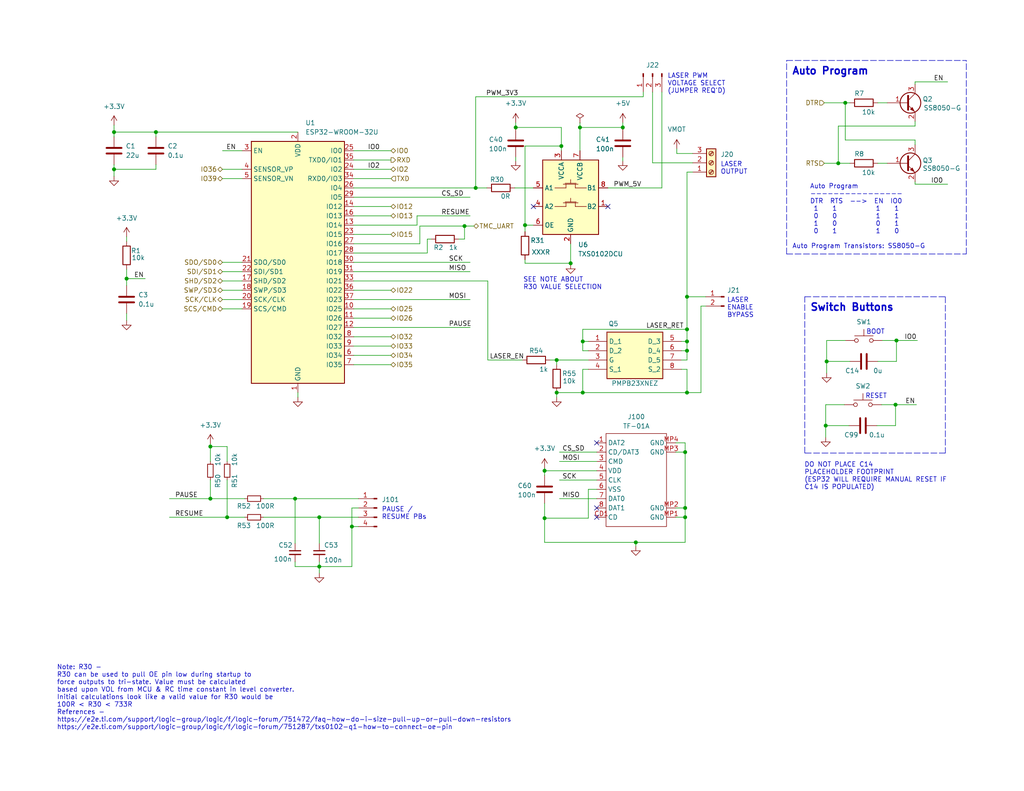
<source format=kicad_sch>
(kicad_sch (version 20211123) (generator eeschema)
  (paper "USLetter")
  (title_block (title "ESP32 WROOM Module w/ Auto Program Circuit") (date "2023-05-17") (rev "1.3"))
  (lib_symbols
    (symbol "Connector:Conn_01x02_Male" (pin_names (offset 1.016) hide)
      (property "Reference" "J" (at 0 2.54 0))
      (property "Value" "Conn_01x02_Male" (at 0 -5.08 0))
      (symbol "Conn_01x02_Male_1_1"
        (polyline (pts (xy 1.27 -2.54) (xy 0.8636 -2.54)) (stroke (width 0.1524)))
        (polyline (pts (xy 1.27 0) (xy 0.8636 0)) (stroke (width 0.1524)))
        (rectangle (start 0.8636 -2.413) (end 0 -2.667) (stroke (width 0.1524)) (fill (type outline)))
        (rectangle (start 0.8636 0.127) (end 0 -0.127) (stroke (width 0.1524)) (fill (type outline)))
        (pin passive line (at 5.08 0 180) (length 3.81) (name "Pin_1") (number "1"))
        (pin passive line (at 5.08 -2.54 180) (length 3.81) (name "Pin_2") (number "2"))
      )
    )
    (symbol "Connector:Conn_01x03_Male" (pin_names (offset 1.016) hide)
      (property "Reference" "J" (at 0 5.08 0))
      (property "Value" "Conn_01x03_Male" (at 0 -5.08 0))
      (symbol "Conn_01x03_Male_1_1"
        (polyline (pts (xy 1.27 -2.54) (xy 0.8636 -2.54)) (stroke (width 0.1524)))
        (polyline (pts (xy 1.27 0) (xy 0.8636 0)) (stroke (width 0.1524)))
        (polyline (pts (xy 1.27 2.54) (xy 0.8636 2.54)) (stroke (width 0.1524)))
        (rectangle (start 0.8636 -2.413) (end 0 -2.667) (stroke (width 0.1524)) (fill (type outline)))
        (rectangle (start 0.8636 0.127) (end 0 -0.127) (stroke (width 0.1524)) (fill (type outline)))
        (rectangle (start 0.8636 2.667) (end 0 2.413) (stroke (width 0.1524)) (fill (type outline)))
        (pin passive line (at 5.08 2.54 180) (length 3.81) (name "Pin_1") (number "1"))
        (pin passive line (at 5.08 0 180) (length 3.81) (name "Pin_2") (number "2"))
        (pin passive line (at 5.08 -2.54 180) (length 3.81) (name "Pin_3") (number "3"))
      )
    )
    (symbol "Connector:Conn_01x04_Male" (pin_names (offset 1.016) hide)
      (property "Reference" "J" (at 0 5.08 0))
      (property "Value" "Conn_01x04_Male" (at 0 -7.62 0))
      (symbol "Conn_01x04_Male_1_1"
        (polyline (pts (xy 1.27 -5.08) (xy 0.8636 -5.08)) (stroke (width 0.1524)))
        (polyline (pts (xy 1.27 -2.54) (xy 0.8636 -2.54)) (stroke (width 0.1524)))
        (polyline (pts (xy 1.27 0) (xy 0.8636 0)) (stroke (width 0.1524)))
        (polyline (pts (xy 1.27 2.54) (xy 0.8636 2.54)) (stroke (width 0.1524)))
        (rectangle (start 0.8636 -4.953) (end 0 -5.207) (stroke (width 0.1524)) (fill (type outline)))
        (rectangle (start 0.8636 -2.413) (end 0 -2.667) (stroke (width 0.1524)) (fill (type outline)))
        (rectangle (start 0.8636 0.127) (end 0 -0.127) (stroke (width 0.1524)) (fill (type outline)))
        (rectangle (start 0.8636 2.667) (end 0 2.413) (stroke (width 0.1524)) (fill (type outline)))
        (pin passive line (at 5.08 2.54 180) (length 3.81) (name "Pin_1") (number "1"))
        (pin passive line (at 5.08 0 180) (length 3.81) (name "Pin_2") (number "2"))
        (pin passive line (at 5.08 -2.54 180) (length 3.81) (name "Pin_3") (number "3"))
        (pin passive line (at 5.08 -5.08 180) (length 3.81) (name "Pin_4") (number "4"))
      )
    )
    (symbol "Connector:Screw_Terminal_01x03" (pin_names (offset 1.016) hide)
      (property "Reference" "J" (at 0 5.08 0))
      (property "Value" "Screw_Terminal_01x03" (at 0 -5.08 0))
      (symbol "Screw_Terminal_01x03_1_1"
        (rectangle (start -1.27 3.81) (end 1.27 -3.81) (stroke (width 0.254)) (fill (type background)))
        (circle (center 0 -2.54) (radius 0.635) (stroke (width 0.1524)))
        (polyline (pts (xy -0.5334 -2.2098) (xy 0.3302 -3.048)) (stroke (width 0.1524)))
        (polyline (pts (xy -0.5334 0.3302) (xy 0.3302 -0.508)) (stroke (width 0.1524)))
        (polyline (pts (xy -0.5334 2.8702) (xy 0.3302 2.032)) (stroke (width 0.1524)))
        (polyline (pts (xy -0.3556 -2.032) (xy 0.508 -2.8702)) (stroke (width 0.1524)))
        (polyline (pts (xy -0.3556 0.508) (xy 0.508 -0.3302)) (stroke (width 0.1524)))
        (polyline (pts (xy -0.3556 3.048) (xy 0.508 2.2098)) (stroke (width 0.1524)))
        (circle (center 0 0) (radius 0.635) (stroke (width 0.1524)))
        (circle (center 0 2.54) (radius 0.635) (stroke (width 0.1524)))
        (pin passive line (at -5.08 2.54 0) (length 3.81) (name "Pin_1") (number "1"))
        (pin passive line (at -5.08 0 0) (length 3.81) (name "Pin_2") (number "2"))
        (pin passive line (at -5.08 -2.54 0) (length 3.81) (name "Pin_3") (number "3"))
      )
    )
    (symbol "Device:C" (pin_numbers hide) (pin_names (offset 0.254))
      (property "Reference" "C" (at 0.635 2.54 0))
      (property "Value" "C" (at 0.635 -2.54 0))
      (symbol "C_0_1"
        (polyline (pts (xy -2.032 -0.762) (xy 2.032 -0.762)) (stroke (width 0.508)))
        (polyline (pts (xy -2.032 0.762) (xy 2.032 0.762)) (stroke (width 0.508)))
      )
      (symbol "C_1_1"
        (pin passive line (at 0 3.81 270) (length 2.794) (name "~") (number "1"))
        (pin passive line (at 0 -3.81 90) (length 2.794) (name "~") (number "2"))
      )
    )
    (symbol "Device:C_Small" (pin_numbers hide) (pin_names (offset 0.254) hide)
      (property "Reference" "C" (at 0.254 1.778 0))
      (property "Value" "C_Small" (at 0.254 -2.032 0))
      (symbol "C_Small_0_1"
        (polyline (pts (xy -1.524 -0.508) (xy 1.524 -0.508)) (stroke (width 0.3302)))
        (polyline (pts (xy -1.524 0.508) (xy 1.524 0.508)) (stroke (width 0.3048)))
      )
      (symbol "C_Small_1_1"
        (pin passive line (at 0 2.54 270) (length 2.032) (name "~") (number "1"))
        (pin passive line (at 0 -2.54 90) (length 2.032) (name "~") (number "2"))
      )
    )
    (symbol "Device:Q_NPN_BEC" (pin_names (offset 0) hide)
      (property "Reference" "Q" (at 5.08 1.27 0))
      (property "Value" "Q_NPN_BEC" (at 5.08 -1.27 0))
      (symbol "Q_NPN_BEC_0_1"
        (polyline (pts (xy 0.635 0.635) (xy 2.54 2.54)))
        (polyline (pts (xy 0.635 -0.635) (xy 2.54 -2.54) (xy 2.54 -2.54)))
        (polyline (pts (xy 0.635 1.905) (xy 0.635 -1.905) (xy 0.635 -1.905)) (stroke (width 0.508)))
        (polyline (pts (xy 1.27 -1.778) (xy 1.778 -1.27) (xy 2.286 -2.286) (xy 1.27 -1.778) (xy 1.27 -1.778)) (fill (type outline)))
        (circle (center 1.27 0) (radius 2.8194) (stroke (width 0.254)))
      )
      (symbol "Q_NPN_BEC_1_1"
        (pin input line (at -5.08 0 0) (length 5.715) (name "B") (number "1"))
        (pin passive line (at 2.54 -5.08 90) (length 2.54) (name "E") (number "2"))
        (pin passive line (at 2.54 5.08 270) (length 2.54) (name "C") (number "3"))
      )
    )
    (symbol "Device:R" (pin_numbers hide) (pin_names (offset 0))
      (property "Reference" "R" (at 2.032 0 90))
      (property "Value" "R" (at 0 0 90))
      (symbol "R_0_1"
        (rectangle (start -1.016 -2.54) (end 1.016 2.54) (stroke (width 0.254)))
      )
      (symbol "R_1_1"
        (pin passive line (at 0 3.81 270) (length 1.27) (name "~") (number "1"))
        (pin passive line (at 0 -3.81 90) (length 1.27) (name "~") (number "2"))
      )
    )
    (symbol "Device:R_Small" (pin_numbers hide) (pin_names (offset 0.254) hide)
      (property "Reference" "R" (at 0.762 0.508 0))
      (property "Value" "R_Small" (at 0.762 -1.016 0))
      (symbol "R_Small_0_1"
        (rectangle (start -0.762 1.778) (end 0.762 -1.778) (stroke (width 0.2032)))
      )
      (symbol "R_Small_1_1"
        (pin passive line (at 0 2.54 270) (length 0.762) (name "~") (number "1"))
        (pin passive line (at 0 -2.54 90) (length 0.762) (name "~") (number "2"))
      )
    )
    (symbol "Logic_LevelTranslator:TXS0102DCU"
      (property "Reference" "U" (at -6.35 11.43 0))
      (property "Value" "TXS0102DCU" (at 3.81 11.43 0))
      (symbol "TXS0102DCU_0_1"
        (rectangle (start -7.62 10.16) (end 7.62 -10.16) (stroke (width 0.254)) (fill (type background)))
        (polyline (pts (xy -4.318 -2.54) (xy -1.27 -2.54)))
        (polyline (pts (xy -2.032 -1.524) (xy 2.032 -1.524)))
        (polyline (pts (xy -1.524 -1.27) (xy 1.524 -1.27)))
        (polyline (pts (xy -1.27 -2.54) (xy -1.27 -1.524)))
        (polyline (pts (xy 0 -1.27) (xy 0 -0.254)))
        (polyline (pts (xy 1.27 -2.54) (xy 1.27 -1.524)))
        (polyline (pts (xy 4.318 -2.54) (xy 1.27 -2.54)))
      )
      (symbol "TXS0102DCU_1_1"
        (polyline (pts (xy -4.318 2.54) (xy -1.27 2.54)))
        (polyline (pts (xy -2.032 3.556) (xy 2.032 3.556)))
        (polyline (pts (xy -1.524 3.81) (xy 1.524 3.81)))
        (polyline (pts (xy -1.27 2.54) (xy -1.27 3.556)))
        (polyline (pts (xy 0 3.81) (xy 0 4.826)))
        (polyline (pts (xy 1.27 2.54) (xy 1.27 3.556)))
        (polyline (pts (xy 4.318 2.54) (xy 1.27 2.54)))
        (pin bidirectional line (at 10.16 -2.54 180) (length 2.54) (name "B2") (number "1"))
        (pin power_in line (at 0 -12.7 90) (length 2.54) (name "GND") (number "2"))
        (pin power_in line (at -2.54 12.7 270) (length 2.54) (name "VCCA") (number "3"))
        (pin bidirectional line (at -10.16 -2.54 0) (length 2.54) (name "A2") (number "4"))
        (pin bidirectional line (at -10.16 2.54 0) (length 2.54) (name "A1") (number "5"))
        (pin input line (at -10.16 -7.62 0) (length 2.54) (name "OE") (number "6"))
        (pin power_in line (at 2.54 12.7 270) (length 2.54) (name "VCCB") (number "7"))
        (pin bidirectional line (at 10.16 2.54 180) (length 2.54) (name "B1") (number "8"))
      )
    )
    (symbol "RF_Module:ESP32-WROOM-32D"
      (property "Reference" "U" (at -12.7 34.29 0))
      (property "Value" "ESP32-WROOM-32D" (at 1.27 34.29 0))
      (symbol "ESP32-WROOM-32D_0_1"
        (rectangle (start -12.7 33.02) (end 12.7 -33.02) (stroke (width 0.254)) (fill (type background)))
      )
      (symbol "ESP32-WROOM-32D_1_1"
        (pin power_in line (at 0 -35.56 90) (length 2.54) (name "GND") (number "1"))
        (pin bidirectional line (at 15.24 -12.7 180) (length 2.54) (name "IO25") (number "10"))
        (pin bidirectional line (at 15.24 -15.24 180) (length 2.54) (name "IO26") (number "11"))
        (pin bidirectional line (at 15.24 -17.78 180) (length 2.54) (name "IO27") (number "12"))
        (pin bidirectional line (at 15.24 10.16 180) (length 2.54) (name "IO14") (number "13"))
        (pin bidirectional line (at 15.24 15.24 180) (length 2.54) (name "IO12") (number "14"))
        (pin passive line (at 0 -35.56 90) (length 2.54) hide (name "GND") (number "15"))
        (pin bidirectional line (at 15.24 12.7 180) (length 2.54) (name "IO13") (number "16"))
        (pin bidirectional line (at -15.24 -5.08 0) (length 2.54) (name "SHD/SD2") (number "17"))
        (pin bidirectional line (at -15.24 -7.62 0) (length 2.54) (name "SWP/SD3") (number "18"))
        (pin bidirectional line (at -15.24 -12.7 0) (length 2.54) (name "SCS/CMD") (number "19"))
        (pin power_in line (at 0 35.56 270) (length 2.54) (name "VDD") (number "2"))
        (pin bidirectional line (at -15.24 -10.16 0) (length 2.54) (name "SCK/CLK") (number "20"))
        (pin bidirectional line (at -15.24 0 0) (length 2.54) (name "SDO/SD0") (number "21"))
        (pin bidirectional line (at -15.24 -2.54 0) (length 2.54) (name "SDI/SD1") (number "22"))
        (pin bidirectional line (at 15.24 7.62 180) (length 2.54) (name "IO15") (number "23"))
        (pin bidirectional line (at 15.24 25.4 180) (length 2.54) (name "IO2") (number "24"))
        (pin bidirectional line (at 15.24 30.48 180) (length 2.54) (name "IO0") (number "25"))
        (pin bidirectional line (at 15.24 20.32 180) (length 2.54) (name "IO4") (number "26"))
        (pin bidirectional line (at 15.24 5.08 180) (length 2.54) (name "IO16") (number "27"))
        (pin bidirectional line (at 15.24 2.54 180) (length 2.54) (name "IO17") (number "28"))
        (pin bidirectional line (at 15.24 17.78 180) (length 2.54) (name "IO5") (number "29"))
        (pin input line (at -15.24 30.48 0) (length 2.54) (name "EN") (number "3"))
        (pin bidirectional line (at 15.24 0 180) (length 2.54) (name "IO18") (number "30"))
        (pin bidirectional line (at 15.24 -2.54 180) (length 2.54) (name "IO19") (number "31"))
        (pin no_connect line (at -12.7 -27.94 0) (length 2.54) hide (name "NC") (number "32"))
        (pin bidirectional line (at 15.24 -5.08 180) (length 2.54) (name "IO21") (number "33"))
        (pin bidirectional line (at 15.24 22.86 180) (length 2.54) (name "RXD0/IO3") (number "34"))
        (pin bidirectional line (at 15.24 27.94 180) (length 2.54) (name "TXD0/IO1") (number "35"))
        (pin bidirectional line (at 15.24 -7.62 180) (length 2.54) (name "IO22") (number "36"))
        (pin bidirectional line (at 15.24 -10.16 180) (length 2.54) (name "IO23") (number "37"))
        (pin passive line (at 0 -35.56 90) (length 2.54) hide (name "GND") (number "38"))
        (pin passive line (at 0 -35.56 90) (length 2.54) hide (name "GND") (number "39"))
        (pin input line (at -15.24 25.4 0) (length 2.54) (name "SENSOR_VP") (number "4"))
        (pin input line (at -15.24 22.86 0) (length 2.54) (name "SENSOR_VN") (number "5"))
        (pin input line (at 15.24 -25.4 180) (length 2.54) (name "IO34") (number "6"))
        (pin input line (at 15.24 -27.94 180) (length 2.54) (name "IO35") (number "7"))
        (pin bidirectional line (at 15.24 -20.32 180) (length 2.54) (name "IO32") (number "8"))
        (pin bidirectional line (at 15.24 -22.86 180) (length 2.54) (name "IO33") (number "9"))
      )
    )
    (symbol "Switch:SW_Push" (pin_numbers hide) (pin_names (offset 1.016) hide)
      (property "Reference" "SW" (at 1.27 2.54 0))
      (property "Value" "SW_Push" (at 0 -1.524 0))
      (symbol "SW_Push_0_1"
        (circle (center -2.032 0) (radius 0.508))
        (polyline (pts (xy 0 1.27) (xy 0 3.048)))
        (polyline (pts (xy 2.54 1.27) (xy -2.54 1.27)))
        (circle (center 2.032 0) (radius 0.508))
        (pin passive line (at -5.08 0 0) (length 2.54) (name "1") (number "1"))
        (pin passive line (at 5.08 0 180) (length 2.54) (name "2") (number "2"))
      )
    )
    (symbol "USER_TMC2209:PMPB23XNEZ"
      (property "Reference" "Q" (at 8.89 5.08 0))
      (property "Value" "PMPB23XNEZ" (at 12.7 -12.7 0))
      (symbol "PMPB23XNEZ_1_1"
        (rectangle (start 5.08 2.54) (end 20.32 -10.16) (stroke (width 0.254)) (fill (type background)))
        (pin passive line (at 0 0 0) (length 5.08) (name "D_1") (number "1"))
        (pin passive line (at 0 -2.54 0) (length 5.08) (name "D_2") (number "2"))
        (pin passive line (at 0 -5.08 0) (length 5.08) (name "G") (number "3"))
        (pin passive line (at 0 -7.62 0) (length 5.08) (name "S_1") (number "4"))
        (pin passive line (at 25.4 0 180) (length 5.08) (name "D_3") (number "5"))
        (pin passive line (at 25.4 -2.54 180) (length 5.08) (name "D_4") (number "6"))
        (pin passive line (at 25.4 -5.08 180) (length 5.08) (name "D_5") (number "7"))
        (pin passive line (at 25.4 -7.62 180) (length 5.08) (name "S_2") (number "8"))
      )
    )
    (symbol "USER_TMC2209:TF-01A"
      (property "Reference" "J" (at 0 15.24 0))
      (property "Value" "TF-01A" (at 0 12.7 0))
      (symbol "TF-01A_0_1"
        (rectangle (start -8.89 11.43) (end 7.62 -13.97))
      )
      (symbol "TF-01A_1_1"
        (pin bidirectional line (at -11.43 8.89 0) (length 2.54) (name "DAT2") (number "1"))
        (pin bidirectional line (at -11.43 6.35 0) (length 2.54) (name "CD/DAT3") (number "2"))
        (pin input line (at -11.43 3.81 0) (length 2.54) (name "CMD") (number "3"))
        (pin power_in line (at -11.43 1.27 0) (length 2.54) (name "VDD") (number "4"))
        (pin input line (at -11.43 -1.27 0) (length 2.54) (name "CLK") (number "5"))
        (pin power_in line (at -11.43 -3.81 0) (length 2.54) (name "VSS") (number "6"))
        (pin bidirectional line (at -11.43 -6.35 0) (length 2.54) (name "DAT0") (number "7"))
        (pin bidirectional line (at -11.43 -8.89 0) (length 2.54) (name "DAT1") (number "8"))
        (pin output line (at -11.43 -11.43 0) (length 2.54) (name "CD") (number "CD1"))
        (pin power_in line (at 10.16 -11.43 180) (length 2.54) (name "GND") (number "MP1"))
        (pin power_in line (at 10.16 -8.89 180) (length 2.54) (name "GND") (number "MP2"))
        (pin power_in line (at 10.16 6.35 180) (length 2.54) (name "GND") (number "MP3"))
        (pin power_in line (at 10.16 8.89 180) (length 2.54) (name "GND") (number "MP4"))
      )
    )
    (symbol "USER_TMC2209:VMOT" (power) (pin_names (offset 0))
      (property "Value" "VMOT" (at 0 3.556 0))
      (symbol "VMOT_0_1"
        (polyline (pts (xy -0.762 1.27) (xy 0 2.54)))
        (polyline (pts (xy 0 0) (xy 0 2.54)))
        (polyline (pts (xy 0 2.54) (xy 0.762 1.27)))
      )
      (symbol "VMOT_1_1"
        (pin power_in line (at 0 0 90) (length 0) hide (name "VMOT") (number "1"))
      )
    )
    (symbol "power:+3.3V" (power) (pin_names (offset 0))
      (property "Value" "+3.3V" (at 0 3.556 0))
      (symbol "+3.3V_0_1"
        (polyline (pts (xy -0.762 1.27) (xy 0 2.54)))
        (polyline (pts (xy 0 0) (xy 0 2.54)))
        (polyline (pts (xy 0 2.54) (xy 0.762 1.27)))
      )
      (symbol "+3.3V_1_1"
        (pin power_in line (at 0 0 90) (length 0) hide (name "+3.3V") (number "1"))
      )
    )
    (symbol "power:+5V" (power) (pin_names (offset 0))
      (property "Value" "+5V" (at 0 3.556 0))
      (symbol "+5V_0_1"
        (polyline (pts (xy -0.762 1.27) (xy 0 2.54)))
        (polyline (pts (xy 0 0) (xy 0 2.54)))
        (polyline (pts (xy 0 2.54) (xy 0.762 1.27)))
      )
      (symbol "+5V_1_1"
        (pin power_in line (at 0 0 90) (length 0) hide (name "+5V") (number "1"))
      )
    )
    (symbol "power:GND" (power) (pin_names (offset 0))
      (property "Value" "GND" (at 0 -3.81 0))
      (symbol "GND_0_1"
        (polyline (pts (xy 0 0) (xy 0 -1.27) (xy 1.27 -1.27) (xy 0 -2.54) (xy -1.27 -1.27) (xy 0 -1.27)))
      )
      (symbol "GND_1_1"
        (pin power_in line (at 0 0 270) (length 0) hide (name "GND") (number "1"))
      )
    )
    (symbol "power:PWR_FLAG" (power) (pin_numbers hide) (pin_names (offset 0) hide)
      (property "Value" "PWR_FLAG" (at 0 3.81 0))
      (symbol "PWR_FLAG_0_0"
        (pin power_out line (at 0 0 90) (length 0) (name "pwr") (number "1"))
      )
      (symbol "PWR_FLAG_0_1"
        (polyline (pts (xy 0 0) (xy 0 1.27) (xy -1.016 1.905) (xy 0 2.54) (xy 1.016 1.905) (xy 0 1.27)))
      )
    )
  )
  (junction (at 186.944 123.444))
  (junction (at 143.256 61.468))
  (junction (at 87.122 141.224))
  (junction (at 187.452 93.218))
  (junction (at 225.552 98.679))
  (junction (at 42.545 36.068))
  (junction (at 126.746 61.722))
  (junction (at 173.482 148.082))
  (junction (at 31.115 36.068))
  (junction (at 187.452 81.026))
  (junction (at 151.892 98.298))
  (junction (at 148.59 128.524))
  (junction (at 187.452 107.188))
  (junction (at 186.944 138.684))
  (junction (at 244.602 92.964))
  (junction (at 57.404 121.92))
  (junction (at 151.892 107.188))
  (junction (at 244.348 110.49))
  (junction (at 187.452 95.758))
  (junction (at 140.716 34.798))
  (junction (at 169.926 34.798))
  (junction (at 225.298 116.205))
  (junction (at 158.242 34.798))
  (junction (at 186.944 141.224))
  (junction (at 80.518 136.144))
  (junction (at 155.702 71.882))
  (junction (at 228.727 44.577))
  (junction (at 34.544 76.073))
  (junction (at 87.122 154.686))
  (junction (at 153.162 39.878))
  (junction (at 148.59 141.478))
  (junction (at 129.794 51.308))
  (junction (at 57.404 136.144))
  (junction (at 31.115 46.228))
  (junction (at 96.012 143.764))
  (junction (at 187.452 89.916))
  (junction (at 61.976 141.224))
  (junction (at 230.632 28.067))
  (junction (at 159.004 93.218))
  (junction (at 159.004 107.188))
  (no_connect (at 162.814 120.904))
  (no_connect (at 162.814 138.684))
  (no_connect (at 145.542 56.388))
  (no_connect (at 165.862 56.388))
  (no_connect (at 162.814 141.224))
  (wire (pts (xy 225.298 116.205) (xy 231.648 116.205)))
  (wire (pts (xy 249.682 34.417) (xy 228.727 34.417)))
  (wire (pts (xy 184.404 138.684) (xy 186.944 138.684)))
  (wire (pts (xy 148.59 128.524) (xy 148.59 129.794)))
  (wire (pts (xy 224.917 44.577) (xy 228.727 44.577)))
  (wire (pts (xy 140.716 42.926) (xy 140.716 43.942)))
  (wire (pts (xy 244.602 92.964) (xy 250.317 92.964)))
  (wire (pts (xy 148.59 127.762) (xy 148.59 128.524)))
  (wire (pts (xy 188.976 44.45) (xy 178.054 44.45)))
  (wire (pts (xy 96.52 43.688) (xy 106.68 43.688)))
  (wire (pts (xy 187.452 100.838) (xy 187.452 107.188)))
  (wire (pts (xy 96.52 41.148) (xy 106.68 41.148)))
  (wire (pts (xy 71.882 136.144) (xy 80.518 136.144)))
  (polyline (pts (xy 214.63 69.342) (xy 263.652 69.342)))
  (wire (pts (xy 153.162 39.878) (xy 153.162 41.148)))
  (wire (pts (xy 185.928 93.218) (xy 187.452 93.218)))
  (wire (pts (xy 239.522 98.679) (xy 244.602 98.679)))
  (wire (pts (xy 228.727 44.577) (xy 231.902 44.577)))
  (wire (pts (xy 152.654 136.144) (xy 162.814 136.144)))
  (wire (pts (xy 143.256 39.878) (xy 153.162 39.878)))
  (wire (pts (xy 184.404 141.224) (xy 186.944 141.224)))
  (wire (pts (xy 126.746 65.278) (xy 126.746 61.722)))
  (wire (pts (xy 152.654 131.064) (xy 162.814 131.064)))
  (wire (pts (xy 96.52 81.788) (xy 128.27 81.788)))
  (wire (pts (xy 87.122 141.224) (xy 87.122 148.336)))
  (wire (pts (xy 225.552 98.679) (xy 225.552 101.854)))
  (wire (pts (xy 173.482 148.082) (xy 173.482 149.098)))
  (wire (pts (xy 159.004 89.916) (xy 187.452 89.916)))
  (wire (pts (xy 143.256 71.882) (xy 155.702 71.882)))
  (wire (pts (xy 96.52 91.948) (xy 106.68 91.948)))
  (wire (pts (xy 125.222 65.278) (xy 126.746 65.278)))
  (wire (pts (xy 159.004 100.838) (xy 159.004 107.188)))
  (wire (pts (xy 66.04 81.788) (xy 60.706 81.788)))
  (wire (pts (xy 114.554 66.548) (xy 114.554 61.722)))
  (wire (pts (xy 185.928 98.298) (xy 187.452 98.298)))
  (wire (pts (xy 175.514 25.146) (xy 175.514 26.416)))
  (wire (pts (xy 155.702 71.882) (xy 155.702 72.136)))
  (wire (pts (xy 113.792 58.928) (xy 128.27 58.928)))
  (polyline (pts (xy 219.583 123.698) (xy 219.583 81.026)))
  (wire (pts (xy 225.552 92.964) (xy 225.552 98.679)))
  (wire (pts (xy 158.242 34.798) (xy 169.926 34.798)))
  (wire (pts (xy 96.52 71.628) (xy 128.27 71.628)))
  (wire (pts (xy 160.528 100.838) (xy 159.004 100.838)))
  (wire (pts (xy 129.794 26.416) (xy 175.514 26.416)))
  (wire (pts (xy 31.115 44.958) (xy 31.115 46.228)))
  (wire (pts (xy 225.552 98.679) (xy 231.902 98.679)))
  (wire (pts (xy 249.682 22.987) (xy 249.682 22.352)))
  (wire (pts (xy 192.532 83.566) (xy 191.262 83.566)))
  (wire (pts (xy 186.944 123.444) (xy 186.944 138.684)))
  (wire (pts (xy 187.452 95.758) (xy 187.452 98.298)))
  (wire (pts (xy 249.682 50.292) (xy 258.572 50.292)))
  (wire (pts (xy 46.228 141.224) (xy 61.976 141.224)))
  (wire (pts (xy 184.404 120.904) (xy 186.944 120.904)))
  (wire (pts (xy 34.544 76.073) (xy 34.544 77.978)))
  (wire (pts (xy 143.256 70.866) (xy 143.256 71.882)))
  (wire (pts (xy 96.52 99.568) (xy 106.68 99.568)))
  (wire (pts (xy 81.28 107.188) (xy 81.28 108.458)))
  (wire (pts (xy 129.794 51.308) (xy 132.842 51.308)))
  (wire (pts (xy 31.115 46.228) (xy 31.115 48.133)))
  (wire (pts (xy 187.452 93.218) (xy 187.452 95.758)))
  (wire (pts (xy 114.554 61.722) (xy 126.746 61.722)))
  (wire (pts (xy 188.976 41.91) (xy 184.658 41.91)))
  (wire (pts (xy 148.59 137.414) (xy 148.59 141.478)))
  (wire (pts (xy 148.59 128.524) (xy 162.814 128.524)))
  (wire (pts (xy 80.518 136.144) (xy 80.518 148.336)))
  (wire (pts (xy 158.242 33.528) (xy 158.242 34.798)))
  (wire (pts (xy 169.926 42.926) (xy 169.926 43.942)))
  (wire (pts (xy 151.892 107.188) (xy 159.004 107.188)))
  (wire (pts (xy 140.716 34.798) (xy 153.162 34.798)))
  (wire (pts (xy 187.452 46.99) (xy 187.452 81.026)))
  (wire (pts (xy 169.926 34.798) (xy 169.926 35.306)))
  (wire (pts (xy 239.522 28.067) (xy 242.062 28.067)))
  (wire (pts (xy 116.586 69.088) (xy 116.586 65.278)))
  (wire (pts (xy 133.096 98.298) (xy 142.494 98.298)))
  (wire (pts (xy 188.976 46.99) (xy 187.452 46.99)))
  (wire (pts (xy 42.545 36.068) (xy 81.28 36.068)))
  (wire (pts (xy 230.632 28.067) (xy 231.902 28.067)))
  (wire (pts (xy 230.632 92.964) (xy 225.552 92.964)))
  (wire (pts (xy 151.892 98.298) (xy 160.528 98.298)))
  (polyline (pts (xy 257.937 123.698) (xy 219.583 123.698)))
  (wire (pts (xy 96.52 51.308) (xy 129.794 51.308)))
  (wire (pts (xy 184.404 123.444) (xy 186.944 123.444)))
  (wire (pts (xy 224.917 28.067) (xy 230.632 28.067)))
  (wire (pts (xy 240.538 110.49) (xy 244.348 110.49)))
  (wire (pts (xy 61.976 121.92) (xy 61.976 125.984)))
  (wire (pts (xy 159.004 107.188) (xy 187.452 107.188)))
  (wire (pts (xy 46.228 136.144) (xy 57.404 136.144)))
  (wire (pts (xy 187.452 100.838) (xy 185.928 100.838)))
  (polyline (pts (xy 214.63 16.51) (xy 263.652 16.51)))
  (wire (pts (xy 165.862 51.308) (xy 180.594 51.308)))
  (wire (pts (xy 96.52 76.708) (xy 133.096 76.708)))
  (wire (pts (xy 57.404 125.984) (xy 57.404 121.92)))
  (wire (pts (xy 96.52 58.928) (xy 106.68 58.928)))
  (wire (pts (xy 191.262 107.188) (xy 187.452 107.188)))
  (wire (pts (xy 225.298 110.49) (xy 225.298 116.205)))
  (wire (pts (xy 87.122 141.224) (xy 97.79 141.224)))
  (wire (pts (xy 180.594 25.146) (xy 180.594 51.308)))
  (wire (pts (xy 34.544 85.598) (xy 34.544 87.503)))
  (wire (pts (xy 96.52 61.468) (xy 113.792 61.468)))
  (wire (pts (xy 57.404 121.92) (xy 61.976 121.92)))
  (wire (pts (xy 187.452 89.916) (xy 187.452 93.218)))
  (wire (pts (xy 66.04 74.168) (xy 60.706 74.168)))
  (wire (pts (xy 186.944 138.684) (xy 186.944 141.224)))
  (wire (pts (xy 249.682 49.657) (xy 249.682 50.292)))
  (wire (pts (xy 96.52 56.388) (xy 106.68 56.388)))
  (wire (pts (xy 61.976 131.064) (xy 61.976 141.224)))
  (wire (pts (xy 66.04 76.708) (xy 60.706 76.708)))
  (wire (pts (xy 143.256 61.468) (xy 145.542 61.468)))
  (wire (pts (xy 159.004 93.218) (xy 159.004 89.916)))
  (wire (pts (xy 66.04 48.768) (xy 60.706 48.768)))
  (wire (pts (xy 66.04 79.248) (xy 60.706 79.248)))
  (wire (pts (xy 158.242 34.798) (xy 158.242 41.148)))
  (wire (pts (xy 34.544 73.533) (xy 34.544 76.073)))
  (wire (pts (xy 129.794 26.416) (xy 129.794 51.308)))
  (wire (pts (xy 96.52 66.548) (xy 114.554 66.548)))
  (wire (pts (xy 96.012 138.684) (xy 96.012 143.764)))
  (wire (pts (xy 57.404 136.144) (xy 66.802 136.144)))
  (wire (pts (xy 228.727 34.417) (xy 228.727 44.577)))
  (wire (pts (xy 31.115 37.338) (xy 31.115 36.068)))
  (wire (pts (xy 244.602 98.679) (xy 244.602 92.964)))
  (wire (pts (xy 187.452 81.026) (xy 192.532 81.026)))
  (wire (pts (xy 57.404 121.158) (xy 57.404 121.92)))
  (polyline (pts (xy 219.583 81.026) (xy 257.937 81.026)))
  (wire (pts (xy 152.654 125.984) (xy 162.814 125.984)))
  (wire (pts (xy 191.262 83.566) (xy 191.262 107.188)))
  (wire (pts (xy 249.682 38.227) (xy 230.632 38.227)))
  (wire (pts (xy 34.544 76.073) (xy 39.624 76.073)))
  (wire (pts (xy 230.632 28.067) (xy 230.632 38.227)))
  (wire (pts (xy 96.012 143.764) (xy 96.012 154.686)))
  (wire (pts (xy 173.482 148.082) (xy 148.59 148.082)))
  (wire (pts (xy 140.716 33.528) (xy 140.716 34.798)))
  (wire (pts (xy 186.944 148.082) (xy 173.482 148.082)))
  (wire (pts (xy 96.012 138.684) (xy 97.79 138.684)))
  (wire (pts (xy 31.115 34.163) (xy 31.115 36.068)))
  (wire (pts (xy 225.298 116.205) (xy 225.298 119.38)))
  (wire (pts (xy 140.462 51.308) (xy 145.542 51.308)))
  (wire (pts (xy 80.518 154.686) (xy 87.122 154.686)))
  (wire (pts (xy 60.706 41.148) (xy 66.04 41.148)))
  (wire (pts (xy 113.792 61.468) (xy 113.792 58.928)))
  (wire (pts (xy 96.52 69.088) (xy 116.586 69.088)))
  (wire (pts (xy 140.716 34.798) (xy 140.716 35.306)))
  (wire (pts (xy 42.545 46.228) (xy 42.545 44.958)))
  (wire (pts (xy 61.976 141.224) (xy 66.802 141.224)))
  (wire (pts (xy 96.52 79.248) (xy 106.68 79.248)))
  (wire (pts (xy 96.52 53.848) (xy 128.27 53.848)))
  (wire (pts (xy 186.944 141.224) (xy 186.944 148.082)))
  (wire (pts (xy 148.59 141.478) (xy 148.59 148.082)))
  (wire (pts (xy 116.586 65.278) (xy 117.602 65.278)))
  (wire (pts (xy 96.52 94.488) (xy 106.68 94.488)))
  (wire (pts (xy 126.746 61.722) (xy 129.286 61.722)))
  (wire (pts (xy 66.04 71.628) (xy 60.706 71.628)))
  (wire (pts (xy 96.52 64.008) (xy 106.68 64.008)))
  (wire (pts (xy 151.892 107.188) (xy 151.892 108.458)))
  (wire (pts (xy 159.004 95.758) (xy 159.004 93.218)))
  (wire (pts (xy 185.928 95.758) (xy 187.452 95.758)))
  (wire (pts (xy 34.544 64.643) (xy 34.544 65.913)))
  (wire (pts (xy 87.122 153.416) (xy 87.122 154.686)))
  (wire (pts (xy 71.882 141.224) (xy 87.122 141.224)))
  (wire (pts (xy 244.348 110.49) (xy 250.063 110.49)))
  (wire (pts (xy 87.122 154.686) (xy 96.012 154.686)))
  (wire (pts (xy 96.52 74.168) (xy 128.27 74.168)))
  (wire (pts (xy 240.792 92.964) (xy 244.602 92.964)))
  (polyline (pts (xy 257.937 81.026) (xy 257.937 123.698)))
  (wire (pts (xy 80.518 136.144) (xy 97.79 136.144)))
  (wire (pts (xy 152.654 123.444) (xy 162.814 123.444)))
  (polyline (pts (xy 263.652 69.342) (xy 263.652 16.51)))
  (wire (pts (xy 159.004 93.218) (xy 160.528 93.218)))
  (wire (pts (xy 80.518 153.416) (xy 80.518 154.686)))
  (polyline (pts (xy 214.63 69.342) (xy 214.63 16.51)))
  (wire (pts (xy 160.528 95.758) (xy 159.004 95.758)))
  (wire (pts (xy 96.52 89.408) (xy 128.27 89.408)))
  (wire (pts (xy 31.115 36.068) (xy 42.545 36.068)))
  (wire (pts (xy 87.122 154.686) (xy 87.122 156.464)))
  (wire (pts (xy 150.114 98.298) (xy 151.892 98.298)))
  (wire (pts (xy 153.162 34.798) (xy 153.162 39.878)))
  (wire (pts (xy 184.658 40.64) (xy 184.658 41.91)))
  (wire (pts (xy 97.79 143.764) (xy 96.012 143.764)))
  (wire (pts (xy 249.682 33.147) (xy 249.682 34.417)))
  (wire (pts (xy 249.682 22.352) (xy 258.572 22.352)))
  (wire (pts (xy 230.378 110.49) (xy 225.298 110.49)))
  (wire (pts (xy 151.892 99.568) (xy 151.892 98.298)))
  (wire (pts (xy 143.256 61.468) (xy 143.256 63.246)))
  (wire (pts (xy 187.452 81.026) (xy 187.452 89.916)))
  (wire (pts (xy 244.348 116.205) (xy 244.348 110.49)))
  (wire (pts (xy 143.256 61.468) (xy 143.256 39.878)))
  (wire (pts (xy 96.52 46.228) (xy 106.68 46.228)))
  (wire (pts (xy 60.706 46.228) (xy 66.04 46.228)))
  (wire (pts (xy 66.04 84.328) (xy 60.706 84.328)))
  (wire (pts (xy 42.545 36.068) (xy 42.545 37.338)))
  (wire (pts (xy 155.702 66.548) (xy 155.702 71.882)))
  (wire (pts (xy 186.944 120.904) (xy 186.944 123.444)))
  (wire (pts (xy 160.528 133.604) (xy 160.528 141.478)))
  (wire (pts (xy 178.054 44.45) (xy 178.054 25.146)))
  (wire (pts (xy 96.52 97.028) (xy 106.68 97.028)))
  (wire (pts (xy 160.528 141.478) (xy 148.59 141.478)))
  (wire (pts (xy 249.682 39.497) (xy 249.682 38.227)))
  (wire (pts (xy 31.115 46.228) (xy 42.545 46.228)))
  (wire (pts (xy 239.268 116.205) (xy 244.348 116.205)))
  (wire (pts (xy 239.522 44.577) (xy 242.062 44.577)))
  (wire (pts (xy 57.404 131.064) (xy 57.404 136.144)))
  (wire (pts (xy 133.096 76.708) (xy 133.096 98.298)))
  (wire (pts (xy 96.52 84.328) (xy 106.68 84.328)))
  (wire (pts (xy 162.814 133.604) (xy 160.528 133.604)))
  (wire (pts (xy 96.52 48.768) (xy 106.68 48.768)))
  (wire (pts (xy 169.926 33.528) (xy 169.926 34.798)))
  (wire (pts (xy 96.52 86.868) (xy 106.68 86.868)))
  (text "Switch Buttons" (at 220.98 85.217 0) (effects (font (size 2 2) (thickness 0.4) bold) (justify left bottom)))
  (text "Note: R30 -\nR30 can be used to pull OE pin low during startup to \nforce outputs to tri-state. Value must be calculated\nbased upon VOL from MCU & RC time constant in level converter.\nInitial calculations look like a valid value for R30 would be\n100R < R30 < 733R\nReferences -\nhttps://e2e.ti.com/support/logic-group/logic/f/logic-forum/751472/faq-how-do-i-size-pull-up-or-pull-down-resistors\nhttps://e2e.ti.com/support/logic-group/logic/f/logic-forum/751287/txs0102-q1-how-to-connect-oe-pin" (at 15.494 199.39 0) (effects (font (size 1.27 1.27)) (justify left bottom)))
  (text "BOOT" (at 236.347 91.44 0) (effects (font (size 1.27 1.27)) (justify left bottom)))
  (text "RESET" (at 236.093 108.966 0) (effects (font (size 1.27 1.27)) (justify left bottom)))
  (text "PAUSE / \nRESUME PBs" (at 104.14 141.986 0) (effects (font (size 1.27 1.27)) (justify left bottom)))
  (text "LASER PWM\nVOLTAGE SELECT\n(JUMPER REQ'D)" (at 182.118 25.654 0) (effects (font (size 1.27 1.27)) (justify left bottom)))
  (text "LASER\nOUTPUT" (at 196.596 47.752 0) (effects (font (size 1.27 1.27)) (justify left bottom)))
  (text "SEE NOTE ABOUT\nR30 VALUE SELECTION" (at 142.748 79.248 0) (effects (font (size 1.27 1.27)) (justify left bottom)))
  (text "Auto Program\n----------------\nDTR  RTS  -->  EN  IO0\n 1    1           1    1\n 0    0           1    1\n 1    0           0    1\n 0    1           1    0" (at 220.98 64.008 0) (effects (font (size 1.27 1.27)) (justify left bottom)))
  (text "Auto Program Transistors: SS8050-G" (at 216.154 68.072 0) (effects (font (size 1.27 1.27)) (justify left bottom)))
  (text "DO NOT PLACE C14\nPLACEHOLDER FOOTPRINT\n(ESP32 WILL REQUIRE MANUAL RESET IF \nC14 IS POPULATED)" (at 219.456 133.858 0) (effects (font (size 1.27 1.27)) (justify left bottom)))
  (text "Auto Program" (at 216.027 20.701 0) (effects (font (size 2 2) (thickness 0.4) bold) (justify left bottom)))
  (text "LASER\nENABLE\nBYPASS" (at 198.374 86.868 0) (effects (font (size 1.27 1.27)) (justify left bottom)))
  (label "MISO" (at 153.416 136.144 0))
  (label "RESUME" (at 120.396 58.928 0))
  (label "LASER_EN" (at 133.604 98.298 0))
  (label "CS_SD" (at 120.396 53.848 0))
  (label "SCK" (at 122.428 71.628 0))
  (label "PAUSE" (at 47.752 136.144 0))
  (label "CS_SD" (at 153.416 123.444 0))
  (label "PWM_3V3" (at 132.588 26.416 0))
  (label "PAUSE" (at 122.428 89.408 0))
  (label "LASER_RET" (at 176.276 89.916 0))
  (label "RESUME" (at 47.752 141.224 0))
  (label "PWM_5V" (at 167.386 51.308 0))
  (label "EN" (at 36.576 76.073 0))
  (label "IO0" (at 100.33 41.148 0))
  (label "SCK" (at 153.416 131.064 0))
  (label "EN" (at 254.762 22.352 0))
  (label "MOSI" (at 153.416 125.984 0))
  (label "MISO" (at 122.428 74.168 0))
  (label "EN" (at 247.015 110.49 0))
  (label "IO0" (at 254 50.292 0))
  (label "EN" (at 61.722 41.148 0))
  (label "MOSI" (at 122.428 81.788 0))
  (label "IO0" (at 246.761 92.964 0))
  (label "IO2" (at 100.33 46.228 0))
  (hierarchical_label "IO35" (shape bidirectional) (at 106.68 99.568 0))
  (hierarchical_label "IO2" (shape bidirectional) (at 106.68 46.228 0))
  (hierarchical_label "IO25" (shape bidirectional) (at 106.68 84.328 0))
  (hierarchical_label "RTS" (shape input) (at 224.917 44.577 180))
  (hierarchical_label "TMC_UART" (shape bidirectional) (at 129.286 61.722 0))
  (hierarchical_label "IO22" (shape bidirectional) (at 106.68 79.248 0))
  (hierarchical_label "IO26" (shape bidirectional) (at 106.68 86.868 0))
  (hierarchical_label "IO15" (shape bidirectional) (at 106.68 64.008 0))
  (hierarchical_label "SDI{slash}SD1" (shape bidirectional) (at 60.706 74.168 180))
  (hierarchical_label "SDO{slash}SD0" (shape bidirectional) (at 60.706 71.628 180))
  (hierarchical_label "TXD" (shape input) (at 106.68 48.768 0))
  (hierarchical_label "IO36" (shape bidirectional) (at 60.706 46.228 180))
  (hierarchical_label "IO34" (shape bidirectional) (at 106.68 97.028 0))
  (hierarchical_label "IO12" (shape bidirectional) (at 106.68 56.388 0))
  (hierarchical_label "SCS{slash}CMD" (shape bidirectional) (at 60.706 84.328 180))
  (hierarchical_label "IO32" (shape bidirectional) (at 106.68 91.948 0))
  (hierarchical_label "RXD" (shape output) (at 106.68 43.688 0))
  (hierarchical_label "IO13" (shape bidirectional) (at 106.68 58.928 0))
  (hierarchical_label "IO33" (shape bidirectional) (at 106.68 94.488 0))
  (hierarchical_label "SCK{slash}CLK" (shape bidirectional) (at 60.706 81.788 180))
  (hierarchical_label "IO39" (shape bidirectional) (at 60.706 48.768 180))
  (hierarchical_label "DTR" (shape input) (at 224.917 28.067 180))
  (hierarchical_label "SHD{slash}SD2" (shape bidirectional) (at 60.706 76.708 180))
  (hierarchical_label "IO0" (shape bidirectional) (at 106.68 41.148 0))
  (hierarchical_label "SWP{slash}SD3" (shape bidirectional) (at 60.706 79.248 180))
  (symbol (lib_id "power:+3.3V") (at 31.115 34.163 0) (unit 1)
    (property "Reference" "#PWR0113" (effects hide))
    (property "Value" "+3.3V" (at 31.115 29.083 0))
  )
  (symbol (lib_id "power:GND") (at 87.122 156.464 0) (unit 1)
    (property "Reference" "#PWR014" (effects hide))
    (property "Value" "GND" (effects hide))
  )
  (symbol (lib_id "Device:C_Small") (at 87.122 150.876 0) (unit 1)
    (property "Reference" "C53" (at 88.392 148.844 0) (effects (justify left)))
    (property "Value" "100n" (at 88.392 152.908 0) (effects (justify left)))
    (property "Footprint" "Capacitor_SMD:C_0603_1608Metric" (effects hide))
  )
  (symbol (lib_id "Device:C") (at 235.712 98.679 90) (unit 1)
    (property "Reference" "C14" (at 232.537 101.219 90))
    (property "Value" "0u" (at 239.522 101.219 90))
    (property "Footprint" "Capacitor_SMD:C_0603_1608Metric" (effects hide))
  )
  (symbol (lib_id "RF_Module:ESP32-WROOM-32D") (at 81.28 71.628 0) (unit 1)
    (property "Reference" "U1" (at 83.2994 33.528 0) (effects (justify left)))
    (property "Value" "ESP32-WROOM-32U" (at 83.2994 36.068 0) (effects (justify left)))
    (property "Footprint" "RF_Module:ESP32-WROOM-32U" (effects hide))
    (property "Datasheet" "https://www.espressif.com/sites/default/files/documentation/esp32-wroom-32d_esp32-wroom-32u_datasheet_en.pdf" (effects hide))
  )
  (symbol (lib_id "Switch:SW_Push") (at 235.712 92.964 0) (unit 1)
    (property "Reference" "SW1" (at 235.712 87.884 0))
    (property "Value" "SW_Push" (effects hide))
    (property "Footprint" "Button_Switch_SMD:SW_SPST_B3U-1000P" (effects hide))
  )
  (symbol (lib_id "Device:R_Small") (at 61.976 128.524 180) (unit 1)
    (property "Reference" "R51" (at 64.008 131.318 90))
    (property "Value" "10k" (at 64.008 125.476 90))
    (property "Footprint" "Resistor_SMD:R_0603_1608Metric" (effects hide))
  )
  (symbol (lib_id "power:PWR_FLAG") (at 158.242 33.528 0) (unit 1)
    (property "Reference" "#FLG04" (effects hide))
    (property "Value" "PWR_FLAG" (effects hide))
  )
  (symbol (lib_id "Device:C") (at 31.115 41.148 0) (unit 1)
    (property "Reference" "C1" (at 34.29 39.8779 0) (effects (justify left)))
    (property "Value" "22u" (at 34.29 42.4179 0) (effects (justify left)))
    (property "Footprint" "Capacitor_SMD:C_0805_2012Metric" (effects hide))
  )
  (symbol (lib_id "Device:R") (at 34.544 69.723 0) (unit 1)
    (property "Reference" "R1" (at 37.084 68.453 0))
    (property "Value" "10k" (at 37.719 70.358 0))
    (property "Footprint" "Resistor_SMD:R_0603_1608Metric" (effects hide))
  )
  (symbol (lib_id "power:+5V") (at 169.926 33.528 0) (unit 1)
    (property "Reference" "#PWR06" (effects hide))
    (property "Value" "+5V" (at 169.926 28.194 0))
  )
  (symbol (lib_id "USER_TMC2209:VMOT") (at 184.658 40.64 0) (unit 1)
    (property "Reference" "#PWR0127" (effects hide))
    (property "Value" "VMOT" (at 184.658 35.306 0))
  )
  (symbol (lib_id "Connector:Screw_Terminal_01x03") (at 194.056 44.45 0) (mirror x) (unit 1)
    (property "Reference" "J20" (at 196.596 42.164 0) (effects (justify left)))
    (property "Value" "Screw_Terminal_01x03" (effects hide))
    (property "Footprint" "USER_TMC2209:KF2EDGR-2.54-3P" (effects hide))
  )
  (symbol (lib_id "power:GND") (at 34.544 87.503 0) (unit 1)
    (property "Reference" "#PWR0114" (effects hide))
    (property "Value" "GND" (effects hide))
  )
  (symbol (lib_id "Device:R") (at 151.892 103.378 0) (unit 1)
    (property "Reference" "R55" (at 155.321 101.981 0))
    (property "Value" "10k" (at 155.321 104.013 0))
    (property "Footprint" "Resistor_SMD:R_0603_1608Metric" (effects hide))
  )
  (symbol (lib_id "Device:C") (at 42.545 41.148 0) (unit 1)
    (property "Reference" "C2" (at 45.72 39.8779 0) (effects (justify left)))
    (property "Value" "0.1u" (at 45.72 42.4179 0) (effects (justify left)))
    (property "Footprint" "Capacitor_SMD:C_0603_1608Metric" (effects hide))
  )
  (symbol (lib_id "Device:R_Small") (at 69.342 141.224 90) (unit 1)
    (property "Reference" "R53" (at 66.548 143.51 90))
    (property "Value" "100R" (at 72.39 143.51 90))
    (property "Footprint" "Resistor_SMD:R_0603_1608Metric" (effects hide))
  )
  (symbol (lib_id "power:+3.3V") (at 148.59 127.762 0) (unit 1)
    (property "Reference" "#PWR011" (effects hide))
    (property "Value" "+3.3V" (at 148.59 122.428 0))
  )
  (symbol (lib_id "power:+3.3V") (at 140.716 33.528 0) (unit 1)
    (property "Reference" "#PWR04" (effects hide))
    (property "Value" "+3.3V" (at 140.716 28.194 0))
  )
  (symbol (lib_id "USER_TMC2209:PMPB23XNEZ") (at 160.528 93.218 0) (unit 1)
    (property "Reference" "Q5" (at 167.386 88.392 0))
    (property "Value" "PMPB23XNEZ" (at 173.228 104.648 0))
    (property "Footprint" "USER_TMC2209:PMPB23XNEZ" (effects hide))
    (property "Footprint_1" "PMPB23XNEZ" (effects hide))
    (property "Datasheet_1" "https://assets.nexperia.com/documents/data-sheet/PMPB23XNE.pdf" (effects hide))
    (property "Height" "0.65" (effects hide))
    (property "Manufacturer_Name" "Nexperia" (effects hide))
    (property "Manufacturer_Part_Number" "PMPB23XNEZ" (effects hide))
  )
  (symbol (lib_id "Device:R_Small") (at 69.342 136.144 90) (unit 1)
    (property "Reference" "R52" (at 66.548 138.176 90))
    (property "Value" "100R" (at 72.39 138.176 90))
    (property "Footprint" "Resistor_SMD:R_0603_1608Metric" (effects hide))
  )
  (symbol (lib_id "power:+3.3V") (at 34.544 64.643 0) (unit 1)
    (property "Reference" "#PWR0115" (effects hide))
    (property "Value" "+3.3V" (at 34.544 59.563 0))
  )
  (symbol (lib_id "Device:C_Small") (at 80.518 150.876 0) (unit 1)
    (property "Reference" "C52" (at 75.946 148.844 0) (effects (justify left)))
    (property "Value" "100n" (at 74.676 152.654 0) (effects (justify left)))
    (property "Footprint" "Capacitor_SMD:C_0603_1608Metric" (effects hide))
  )
  (symbol (lib_id "Device:C") (at 169.926 39.116 0) (unit 1)
    (property "Reference" "C41" (at 162.56 38.1 0) (effects (justify left)))
    (property "Value" "100n" (at 162.56 40.64 0) (effects (justify left)))
    (property "Footprint" "Capacitor_SMD:C_0603_1608Metric" (effects hide))
  )
  (symbol (lib_id "Switch:SW_Push") (at 235.458 110.49 0) (unit 1)
    (property "Reference" "SW2" (at 235.458 105.41 0))
    (property "Value" "SW_Push" (effects hide))
    (property "Footprint" "Button_Switch_SMD:SW_SPST_B3U-1000P" (effects hide))
  )
  (symbol (lib_id "Connector:Conn_01x02_Male") (at 197.612 81.026 0) (mirror y) (unit 1)
    (property "Reference" "J21" (at 198.374 79.248 0) (effects (justify right)))
    (property "Value" "Conn_01x02_Male" (effects hide))
    (property "Footprint" "Connector_PinHeader_2.54mm:PinHeader_1x02_P2.54mm_Vertical" (effects hide))
  )
  (symbol (lib_id "Device:C") (at 235.458 116.205 90) (unit 1)
    (property "Reference" "C99" (at 232.283 118.745 90))
    (property "Value" "0.1u" (at 239.268 118.745 90))
    (property "Footprint" "Capacitor_SMD:C_0603_1608Metric" (effects hide))
  )
  (symbol (lib_id "Device:Q_NPN_BEC") (at 247.142 28.067 0) (unit 1)
    (property "Reference" "Q2" (at 251.714 27.0509 0) (effects (justify left)))
    (property "Value" "SS8050-G" (at 251.968 29.464 0) (effects (justify left)))
    (property "Footprint" "Package_TO_SOT_SMD:SOT-23" (effects hide))
    (property "Datasheet" "https://www.comchiptech.com/admin/files/product/SS8050-G%20RevA181526.pdf" (effects hide))
  )
  (symbol (lib_id "Device:Q_NPN_BEC") (at 247.142 44.577 0) (unit 1)
    (property "Reference" "Q3" (at 251.714 43.8149 0) (effects (justify left)))
    (property "Value" "SS8050-G" (at 251.714 45.974 0) (effects (justify left)))
    (property "Footprint" "Package_TO_SOT_SMD:SOT-23" (effects hide))
    (property "Datasheet" "https://www.comchiptech.com/admin/files/product/SS8050-G%20RevA181526.pdf" (effects hide))
  )
  (symbol (lib_id "Device:R") (at 121.412 65.278 90) (unit 1)
    (property "Reference" "R2" (at 119.634 67.564 90))
    (property "Value" "1k" (at 123.698 67.564 90))
    (property "Footprint" "Resistor_SMD:R_0603_1608Metric" (effects hide))
  )
  (symbol (lib_id "power:GND") (at 81.28 108.458 0) (unit 1)
    (property "Reference" "#PWR0110" (effects hide))
    (property "Value" "GND" (effects hide))
  )
  (symbol (lib_id "Device:R") (at 143.256 67.056 0) (unit 1)
    (property "Reference" "R31" (at 146.685 65.659 0))
    (property "Value" "XXXR" (at 147.574 68.834 0))
    (property "Footprint" "Resistor_SMD:R_0603_1608Metric" (effects hide))
  )
  (symbol (lib_id "power:GND") (at 225.298 119.38 0) (unit 1)
    (property "Reference" "#PWR0116" (effects hide))
    (property "Value" "GND" (effects hide))
  )
  (symbol (lib_id "power:GND") (at 173.482 149.098 0) (unit 1)
    (property "Reference" "#PWR012" (effects hide))
    (property "Value" "GND" (effects hide))
  )
  (symbol (lib_id "Device:R") (at 235.712 44.577 270) (unit 1)
    (property "Reference" "R8" (at 234.442 42.037 90))
    (property "Value" "10k" (at 236.982 47.117 90))
    (property "Footprint" "Resistor_SMD:R_0603_1608Metric" (effects hide))
  )
  (symbol (lib_id "power:GND") (at 155.702 72.136 0) (unit 1)
    (property "Reference" "#PWR05" (effects hide))
    (property "Value" "GND" (effects hide))
  )
  (symbol (lib_id "power:GND") (at 169.926 43.942 0) (unit 1)
    (property "Reference" "#PWR010" (effects hide))
    (property "Value" "GND" (effects hide))
  )
  (symbol (lib_id "power:+3.3V") (at 57.404 121.158 0) (unit 1)
    (property "Reference" "#PWR013" (effects hide))
    (property "Value" "+3.3V" (at 57.404 116.078 0))
  )
  (symbol (lib_id "Connector:Conn_01x04_Male") (at 102.87 138.684 0) (mirror y) (unit 1)
    (property "Reference" "J101" (at 104.14 136.398 0) (effects (justify right)))
    (property "Value" "Conn_01x04_Male" (effects hide))
    (property "Footprint" "Connector_JST:JST_PH_B4B-PH-K_1x04_P2.00mm_Vertical" (effects hide))
  )
  (symbol (lib_id "power:GND") (at 225.552 101.854 0) (unit 1)
    (property "Reference" "#PWR0117" (effects hide))
    (property "Value" "GND" (effects hide))
  )
  (symbol (lib_id "power:GND") (at 31.115 48.133 0) (unit 1)
    (property "Reference" "#PWR0112" (effects hide))
    (property "Value" "GND" (effects hide))
  )
  (symbol (lib_id "Device:C") (at 140.716 39.116 0) (unit 1)
    (property "Reference" "C40" (at 133.35 38.1 0) (effects (justify left)))
    (property "Value" "100n" (at 133.35 40.64 0) (effects (justify left)))
    (property "Footprint" "Capacitor_SMD:C_0603_1608Metric" (effects hide))
  )
  (symbol (lib_id "power:GND") (at 151.892 108.458 0) (unit 1)
    (property "Reference" "#PWR015" (effects hide))
    (property "Value" "GND" (effects hide))
  )
  (symbol (lib_id "USER_TMC2209:TF-01A") (at 174.244 129.794 0) (unit 1)
    (property "Reference" "J100" (at 173.609 113.792 0))
    (property "Value" "TF-01A" (at 173.609 116.332 0))
    (property "Footprint" "USER_TMC2209:TF-01A" (effects hide))
  )
  (symbol (lib_id "Device:R") (at 136.652 51.308 90) (unit 1)
    (property "Reference" "R30" (at 135.636 49.022 90))
    (property "Value" "0R" (at 137.922 53.594 90))
    (property "Footprint" "Resistor_SMD:R_0603_1608Metric" (effects hide))
  )
  (symbol (lib_id "power:GND") (at 140.716 43.942 0) (unit 1)
    (property "Reference" "#PWR09" (effects hide))
    (property "Value" "GND" (effects hide))
  )
  (symbol (lib_id "Device:R") (at 235.712 28.067 90) (unit 1)
    (property "Reference" "R7" (at 234.442 25.527 90))
    (property "Value" "10k" (at 236.982 30.607 90))
    (property "Footprint" "Resistor_SMD:R_0603_1608Metric" (effects hide))
  )
  (symbol (lib_id "Device:R") (at 146.304 98.298 90) (unit 1)
    (property "Reference" "R54" (at 146.304 95.758 90))
    (property "Value" "1k" (at 148.336 100.838 90))
    (property "Footprint" "Resistor_SMD:R_0603_1608Metric" (effects hide))
  )
  (symbol (lib_id "Device:R_Small") (at 57.404 128.524 180) (unit 1)
    (property "Reference" "R50" (at 59.436 131.318 90))
    (property "Value" "10k" (at 59.436 125.476 90))
    (property "Footprint" "Resistor_SMD:R_0603_1608Metric" (effects hide))
  )
  (symbol (lib_id "Connector:Conn_01x03_Male") (at 178.054 20.066 90) (mirror x) (unit 1)
    (property "Reference" "J22" (at 178.054 17.78 90))
    (property "Value" "Conn_01x03_Male" (effects hide))
    (property "Footprint" "Connector_PinHeader_2.54mm:PinHeader_1x03_P2.54mm_Vertical" (effects hide))
  )
  (symbol (lib_id "Device:C") (at 148.59 133.604 0) (unit 1)
    (property "Reference" "C60" (at 141.224 132.588 0) (effects (justify left)))
    (property "Value" "100n" (at 141.224 135.128 0) (effects (justify left)))
    (property "Footprint" "Capacitor_SMD:C_0603_1608Metric" (effects hide))
  )
  (symbol (lib_id "Logic_LevelTranslator:TXS0102DCU") (at 155.702 53.848 0) (unit 1)
    (property "Reference" "U6" (at 157.7214 66.802 0) (effects (justify left)))
    (property "Value" "TXS0102DCU" (at 157.7214 69.342 0) (effects (justify left)))
    (property "Footprint" "Package_SO:VSSOP-8_2.3x2mm_P0.5mm" (effects hide))
    (property "Datasheet" "http://www.ti.com/lit/gpn/txs0102" (effects hide))
  )
  (symbol (lib_id "Device:C") (at 34.544 81.788 0) (unit 1)
    (property "Reference" "C3" (at 37.719 80.5179 0) (effects (justify left)))
    (property "Value" "0.1u" (at 37.719 83.0579 0) (effects (justify left)))
    (property "Footprint" "Capacitor_SMD:C_0603_1608Metric" (effects hide))
  )
)
</source>
